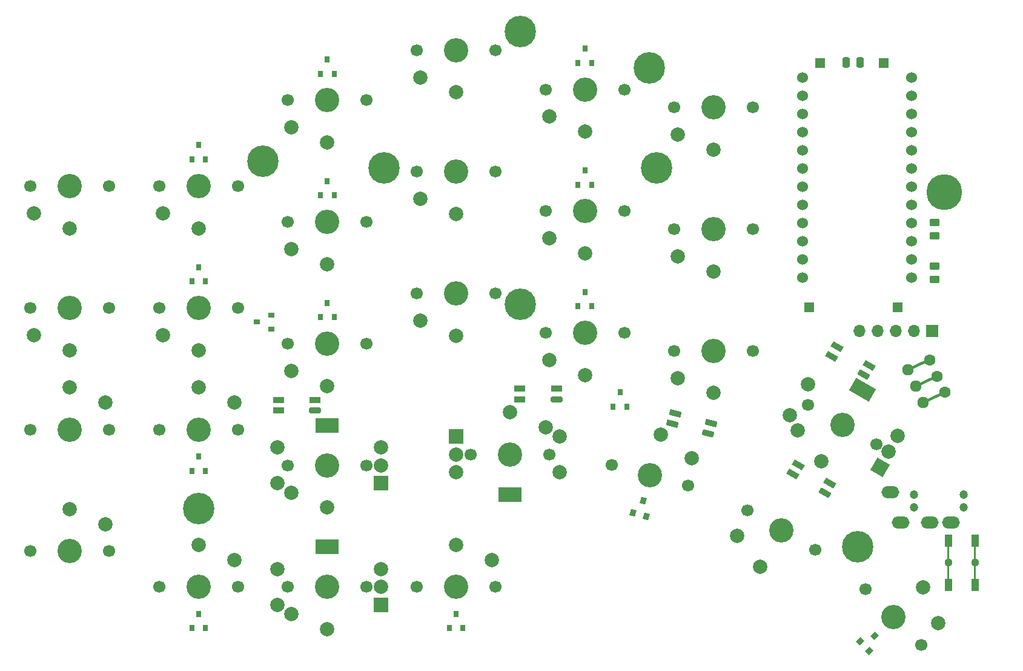
<source format=gbr>
%TF.GenerationSoftware,KiCad,Pcbnew,(6.0.1-0)*%
%TF.CreationDate,2022-01-24T00:31:25-08:00*%
%TF.ProjectId,hillside56,68696c6c-7369-4646-9535-362e6b696361,0.1.0-alpha*%
%TF.SameCoordinates,Original*%
%TF.FileFunction,Soldermask,Bot*%
%TF.FilePolarity,Negative*%
%FSLAX46Y46*%
G04 Gerber Fmt 4.6, Leading zero omitted, Abs format (unit mm)*
G04 Created by KiCad (PCBNEW (6.0.1-0)) date 2022-01-24 00:31:25*
%MOMM*%
%LPD*%
G01*
G04 APERTURE LIST*
G04 Aperture macros list*
%AMRoundRect*
0 Rectangle with rounded corners*
0 $1 Rounding radius*
0 $2 $3 $4 $5 $6 $7 $8 $9 X,Y pos of 4 corners*
0 Add a 4 corners polygon primitive as box body*
4,1,4,$2,$3,$4,$5,$6,$7,$8,$9,$2,$3,0*
0 Add four circle primitives for the rounded corners*
1,1,$1+$1,$2,$3*
1,1,$1+$1,$4,$5*
1,1,$1+$1,$6,$7*
1,1,$1+$1,$8,$9*
0 Add four rect primitives between the rounded corners*
20,1,$1+$1,$2,$3,$4,$5,0*
20,1,$1+$1,$4,$5,$6,$7,0*
20,1,$1+$1,$6,$7,$8,$9,0*
20,1,$1+$1,$8,$9,$2,$3,0*%
%AMRotRect*
0 Rectangle, with rotation*
0 The origin of the aperture is its center*
0 $1 length*
0 $2 width*
0 $3 Rotation angle, in degrees counterclockwise*
0 Add horizontal line*
21,1,$1,$2,0,0,$3*%
%AMFreePoly0*
4,1,41,0.142350,0.531259,0.275000,0.476314,0.388909,0.388909,0.476314,0.275000,0.531259,0.142350,0.533280,0.127000,3.200000,0.127000,3.236070,0.121770,3.296138,0.082984,3.325733,0.017894,3.315473,-0.052868,3.268611,-0.106872,3.200000,-0.127000,0.533280,-0.127000,0.531259,-0.142350,0.476314,-0.275000,0.388909,-0.388909,0.275000,-0.476314,0.142350,-0.531259,0.000000,-0.550000,
-0.142350,-0.531259,-0.275000,-0.476314,-0.388909,-0.388909,-0.476314,-0.275000,-0.531259,-0.142350,-0.533280,-0.127000,-3.200000,-0.127000,-3.236070,-0.121770,-3.296138,-0.082984,-3.325733,-0.017894,-3.315473,0.052868,-3.268611,0.106872,-3.200000,0.127000,-0.533280,0.127000,-0.531259,0.142350,-0.476314,0.275000,-0.388909,0.388909,-0.275000,0.476314,-0.142350,0.531259,0.000000,0.550000,
0.142350,0.531259,0.142350,0.531259,$1*%
%AMFreePoly1*
4,1,37,0.042529,3.485692,0.118849,3.448880,0.171655,3.382612,0.190499,3.300000,0.190499,0.776079,0.350697,0.719035,0.501283,0.623470,0.626955,0.496918,0.721466,0.345669,0.780119,0.177240,0.800000,0.000000,0.799688,-0.022336,0.774867,-0.198952,0.711533,-0.365678,0.612836,-0.514230,0.483680,-0.637224,0.330484,-0.728547,0.160862,-0.783660,-0.016754,-0.799825,-0.193538,-0.776237,
-0.360702,-0.714070,-0.509939,-0.616411,-0.633832,-0.488116,-0.726222,-0.335562,-0.782518,-0.166330,-0.799922,0.011170,-0.777569,0.188114,-0.716569,0.355708,-0.619956,0.505623,-0.492529,0.630409,-0.340623,0.723862,-0.190500,0.774968,-0.190500,3.300332,-0.171511,3.382912,-0.118589,3.449087,-0.042205,3.485766,0.042529,3.485692,0.042529,3.485692,$1*%
G04 Aperture macros list end*
%ADD10RotRect,1.650000X0.820000X345.000000*%
%ADD11RoundRect,0.205000X-0.651932X-0.037547X0.545816X-0.358483X0.651932X0.037547X-0.545816X0.358483X0*%
%ADD12R,1.650000X0.820000*%
%ADD13RoundRect,0.205000X-0.620000X-0.205000X0.620000X-0.205000X0.620000X0.205000X-0.620000X0.205000X0*%
%ADD14RotRect,1.650000X0.820000X330.000000*%
%ADD15RoundRect,0.205000X-0.639436X0.132465X0.434436X-0.487535X0.639436X-0.132465X-0.434436X0.487535X0*%
%ADD16C,1.200000*%
%ADD17O,2.500000X1.700000*%
%ADD18C,1.524000*%
%ADD19C,4.400000*%
%ADD20C,3.400000*%
%ADD21R,3.200000X2.000000*%
%ADD22C,1.700000*%
%ADD23R,2.000000X2.000000*%
%ADD24C,2.000000*%
%ADD25R,0.800000X0.900000*%
%ADD26RotRect,0.900000X0.800000X75.000000*%
%ADD27RotRect,0.900000X0.800000X45.000000*%
%ADD28RotRect,3.200000X2.000000X150.000000*%
%ADD29RotRect,2.000000X2.000000X150.000000*%
%ADD30R,1.397000X1.397000*%
%ADD31RoundRect,0.250100X0.449900X-0.262400X0.449900X0.262400X-0.449900X0.262400X-0.449900X-0.262400X0*%
%ADD32C,5.000000*%
%ADD33R,1.700000X1.700000*%
%ADD34O,1.700000X1.700000*%
%ADD35RoundRect,0.250000X-0.250000X-0.475000X0.250000X-0.475000X0.250000X0.475000X-0.250000X0.475000X0*%
%ADD36FreePoly0,90.000000*%
%ADD37R,1.100000X1.800000*%
%ADD38FreePoly1,295.000000*%
%ADD39C,1.600000*%
%ADD40R,0.900000X0.800000*%
G04 APERTURE END LIST*
D10*
%TO.C,D3*%
X180634887Y-113747503D03*
X180246659Y-115196391D03*
D11*
X185221177Y-116529309D03*
D10*
X185609405Y-115080421D03*
%TD*%
D12*
%TO.C,D5*%
X125155000Y-111860000D03*
X125155000Y-113360000D03*
D13*
X130305000Y-113360000D03*
D12*
X130305000Y-111860000D03*
%TD*%
D14*
%TO.C,D2*%
X197812148Y-120941860D03*
X197062148Y-122240898D03*
D15*
X201522178Y-124815898D03*
D14*
X202272178Y-123516860D03*
%TD*%
D16*
%TO.C,J2*%
X213980000Y-125110000D03*
X220980000Y-125110000D03*
X220980000Y-126860000D03*
X213980000Y-126860000D03*
D17*
X216180000Y-128960000D03*
X219180000Y-128960000D03*
X210680000Y-124760000D03*
X212180000Y-128960000D03*
%TD*%
D18*
%TO.C,U1*%
X213656400Y-66842000D03*
X213656400Y-69382000D03*
X213656400Y-71922000D03*
X213656400Y-74462000D03*
X213656400Y-77002000D03*
X213656400Y-79542000D03*
X213656400Y-82082000D03*
X213656400Y-84622000D03*
X213656400Y-87162000D03*
X213656400Y-89702000D03*
X213656400Y-92242000D03*
X213656400Y-94782000D03*
X198436400Y-94782000D03*
X198436400Y-92242000D03*
X198436400Y-89702000D03*
X198436400Y-87162000D03*
X198436400Y-84622000D03*
X198436400Y-82082000D03*
X198436400Y-79542000D03*
X198436400Y-77002000D03*
X198436400Y-74462000D03*
X198436400Y-71922000D03*
X198436400Y-69382000D03*
X198436400Y-66842000D03*
%TD*%
D19*
%TO.C,H1*%
X159010000Y-60410000D03*
X159010000Y-98510000D03*
X139960000Y-79460000D03*
X178060000Y-79460000D03*
%TD*%
D20*
%TO.C,K22*%
X132000000Y-121000000D03*
D21*
X132000000Y-115400000D03*
D22*
X126500000Y-121000000D03*
D23*
X139500000Y-123500000D03*
D24*
X139500000Y-118500000D03*
D22*
X137500000Y-121000000D03*
D24*
X139500000Y-121000000D03*
X132000000Y-126900000D03*
X125000000Y-118500000D03*
X127000000Y-124800000D03*
X125000000Y-123500000D03*
%TD*%
D25*
%TO.C,D7*%
X113050000Y-78250000D03*
X114950000Y-78250000D03*
X114000000Y-76250000D03*
%TD*%
%TO.C,D13*%
X113050000Y-121750000D03*
X114950000Y-121750000D03*
X114000000Y-119750000D03*
%TD*%
D20*
%TO.C,K13*%
X96000000Y-116000000D03*
D22*
X90500000Y-116000000D03*
X101500000Y-116000000D03*
D24*
X96000000Y-110100000D03*
X101000000Y-112200000D03*
%TD*%
D20*
%TO.C,K14*%
X114000000Y-116000000D03*
D22*
X119500000Y-116000000D03*
X108500000Y-116000000D03*
D24*
X114000000Y-110100000D03*
X119000000Y-112200000D03*
%TD*%
D25*
%TO.C,D8*%
X131050000Y-66300000D03*
X132950000Y-66300000D03*
X132000000Y-64300000D03*
%TD*%
%TO.C,D10*%
X113050000Y-95300000D03*
X114950000Y-95300000D03*
X114000000Y-93300000D03*
%TD*%
D20*
%TO.C,K1*%
X96000000Y-82000000D03*
D22*
X90500000Y-82000000D03*
X101500000Y-82000000D03*
D24*
X96000000Y-87900000D03*
X91000000Y-85800000D03*
%TD*%
D22*
%TO.C,K3*%
X126500000Y-70000000D03*
X137500000Y-70000000D03*
D20*
X132000000Y-70000000D03*
D24*
X132000000Y-75900000D03*
X127000000Y-73800000D03*
%TD*%
D20*
%TO.C,K4*%
X150000000Y-63000000D03*
D22*
X144500000Y-63000000D03*
X155500000Y-63000000D03*
D24*
X150000000Y-68900000D03*
X145000000Y-66800000D03*
%TD*%
D22*
%TO.C,K8*%
X108500000Y-99000000D03*
X119500000Y-99000000D03*
D20*
X114000000Y-99000000D03*
D24*
X114000000Y-104900000D03*
X109000000Y-102800000D03*
%TD*%
D25*
%TO.C,D11*%
X131050000Y-83300000D03*
X132950000Y-83300000D03*
X132000000Y-81300000D03*
%TD*%
D20*
%TO.C,K9*%
X132000000Y-87000000D03*
D22*
X137500000Y-87000000D03*
X126500000Y-87000000D03*
D24*
X132000000Y-92900000D03*
X127000000Y-90800000D03*
%TD*%
D20*
%TO.C,K10*%
X150000000Y-80000000D03*
D22*
X144500000Y-80000000D03*
X155500000Y-80000000D03*
D24*
X150000000Y-85900000D03*
X145000000Y-83800000D03*
%TD*%
D20*
%TO.C,K15*%
X132000000Y-104000000D03*
D22*
X126500000Y-104000000D03*
X137500000Y-104000000D03*
D24*
X132000000Y-109900000D03*
X127000000Y-107800000D03*
%TD*%
D22*
%TO.C,K16*%
X144500000Y-97000000D03*
D20*
X150000000Y-97000000D03*
D22*
X155500000Y-97000000D03*
D24*
X150000000Y-102900000D03*
X145000000Y-100800000D03*
%TD*%
D25*
%TO.C,D14*%
X131050000Y-100300000D03*
X132950000Y-100300000D03*
X132000000Y-98300000D03*
%TD*%
%TO.C,D9*%
X167050000Y-64800000D03*
X168950000Y-64800000D03*
X168000000Y-62800000D03*
%TD*%
%TO.C,D12*%
X167050000Y-81800000D03*
X168950000Y-81800000D03*
X168000000Y-79800000D03*
%TD*%
%TO.C,D15*%
X167050000Y-98800000D03*
X168950000Y-98800000D03*
X168000000Y-96800000D03*
%TD*%
D22*
%TO.C,K5*%
X173500000Y-68500000D03*
X162500000Y-68500000D03*
D20*
X168000000Y-68500000D03*
D24*
X168000000Y-74400000D03*
X163000000Y-72300000D03*
%TD*%
D22*
%TO.C,K6*%
X180500000Y-71000000D03*
D20*
X186000000Y-71000000D03*
D22*
X191500000Y-71000000D03*
D24*
X186000000Y-76900000D03*
X181000000Y-74800000D03*
%TD*%
D20*
%TO.C,K11*%
X168000000Y-85500000D03*
D22*
X162500000Y-85500000D03*
X173500000Y-85500000D03*
D24*
X168000000Y-91400000D03*
X163000000Y-89300000D03*
%TD*%
D22*
%TO.C,K12*%
X191500000Y-88000000D03*
X180500000Y-88000000D03*
D20*
X186000000Y-88000000D03*
D24*
X186000000Y-93900000D03*
X181000000Y-91800000D03*
%TD*%
D22*
%TO.C,K17*%
X162500000Y-102500000D03*
X173500000Y-102500000D03*
D20*
X168000000Y-102500000D03*
D24*
X168000000Y-108400000D03*
X163000000Y-106300000D03*
%TD*%
D20*
%TO.C,K18*%
X186000000Y-105000000D03*
D22*
X180500000Y-105000000D03*
X191500000Y-105000000D03*
D24*
X186000000Y-110900000D03*
X181000000Y-108800000D03*
%TD*%
D21*
%TO.C,K25*%
X157500000Y-125100000D03*
D20*
X157500000Y-119500000D03*
D22*
X163000000Y-119500000D03*
D23*
X150000000Y-117000000D03*
D24*
X150000000Y-122000000D03*
X150000000Y-119500000D03*
D22*
X152000000Y-119500000D03*
D24*
X164500000Y-122000000D03*
X157500000Y-113600000D03*
X162500000Y-115700000D03*
X164500000Y-117000000D03*
%TD*%
D22*
%TO.C,K2*%
X119500000Y-82000000D03*
X108500000Y-82000000D03*
D20*
X114000000Y-82000000D03*
D24*
X114000000Y-87900000D03*
X109000000Y-85800000D03*
%TD*%
D26*
%TO.C,D20*%
X174717102Y-127646565D03*
X176552361Y-128138321D03*
X176152370Y-125960591D03*
%TD*%
D22*
%TO.C,K27*%
X190715137Y-127299920D03*
D20*
X195478277Y-130049920D03*
D22*
X200241417Y-132799920D03*
D24*
X192528277Y-135159470D03*
X189248150Y-130840817D03*
%TD*%
D27*
%TO.C,D21*%
X206438088Y-145550005D03*
X207781591Y-146893508D03*
X208524053Y-144807543D03*
%TD*%
D25*
%TO.C,D19*%
X171960000Y-112800000D03*
X173860000Y-112800000D03*
X172910000Y-110800000D03*
%TD*%
D28*
%TO.C,K19*%
X206778277Y-110477746D03*
D22*
X199215137Y-112577488D03*
D20*
X203978277Y-115327488D03*
D29*
X209223468Y-121242552D03*
D24*
X211723468Y-116912425D03*
X210473468Y-119077488D03*
D22*
X208741417Y-118077488D03*
D24*
X199166099Y-109662425D03*
X201028277Y-120437038D03*
X196666099Y-113992552D03*
X197748150Y-116118385D03*
%TD*%
D22*
%TO.C,K28*%
X207251261Y-138302161D03*
D20*
X211140348Y-142191248D03*
D22*
X215029435Y-146080335D03*
D24*
X215312278Y-138019318D03*
X217362888Y-143039776D03*
%TD*%
D12*
%TO.C,D4*%
X158893488Y-110265922D03*
X158893488Y-111765922D03*
D13*
X164043488Y-111765922D03*
D12*
X164043488Y-110265922D03*
%TD*%
D14*
%TO.C,D1*%
X203246441Y-104455379D03*
X202496441Y-105754417D03*
D15*
X206956471Y-108329417D03*
D14*
X207706471Y-107030379D03*
%TD*%
D30*
%TO.C,J4*%
X209800000Y-64790000D03*
%TD*%
D31*
%TO.C,R2*%
X216870000Y-88932500D03*
X216870000Y-87107500D03*
%TD*%
D32*
%TO.C,J1*%
X218220000Y-82877500D03*
D33*
X216550000Y-102227500D03*
D34*
X214010000Y-102227500D03*
X211470000Y-102227500D03*
X208930000Y-102227500D03*
X206390000Y-102227500D03*
%TD*%
D35*
%TO.C,C1*%
X204550000Y-64720000D03*
X206450000Y-64720000D03*
%TD*%
D36*
%TO.C,SW1*%
X218850000Y-134600000D03*
D37*
X218850000Y-131500000D03*
X218850000Y-137700000D03*
X222550000Y-131500000D03*
D36*
X222550000Y-134600000D03*
D37*
X222550000Y-137700000D03*
%TD*%
D22*
%TO.C,K7*%
X90500000Y-99000000D03*
X101500000Y-99000000D03*
D20*
X96000000Y-99000000D03*
D24*
X96000000Y-104900000D03*
X91000000Y-102800000D03*
%TD*%
D38*
%TO.C,SW2*%
X213198046Y-107681551D03*
D39*
X216188862Y-106286910D03*
X217245408Y-108552680D03*
D38*
X214254592Y-109947320D03*
D39*
X218301954Y-110818449D03*
D38*
X215311138Y-112213090D03*
%TD*%
D19*
%TO.C,H4*%
X123000000Y-78500000D03*
%TD*%
%TO.C,H5*%
X114000000Y-127000000D03*
%TD*%
%TO.C,H6*%
X206100000Y-132400000D03*
%TD*%
%TO.C,H7*%
X177000000Y-65500000D03*
%TD*%
D31*
%TO.C,R1*%
X216845000Y-95032500D03*
X216845000Y-93207500D03*
%TD*%
D30*
%TO.C,J3*%
X200900000Y-64790000D03*
%TD*%
%TO.C,J5*%
X199350000Y-98920000D03*
%TD*%
%TO.C,J6*%
X211760000Y-98920000D03*
%TD*%
D25*
%TO.C,D16*%
X113050000Y-143750000D03*
X114950000Y-143750000D03*
X114000000Y-141750000D03*
%TD*%
%TO.C,D18*%
X149050000Y-143750000D03*
X150950000Y-143750000D03*
X150000000Y-141750000D03*
%TD*%
D22*
%TO.C,K21*%
X108500000Y-138000000D03*
D20*
X114000000Y-138000000D03*
D22*
X119500000Y-138000000D03*
D24*
X114000000Y-132100000D03*
X119000000Y-134200000D03*
%TD*%
D22*
%TO.C,K24*%
X155500000Y-138000000D03*
D20*
X150000000Y-138000000D03*
D22*
X144500000Y-138000000D03*
D24*
X150000000Y-132100000D03*
X155000000Y-134200000D03*
%TD*%
D22*
%TO.C,K26*%
X182422593Y-123810171D03*
D20*
X177110001Y-122386666D03*
D22*
X171797409Y-120963161D03*
D24*
X178637033Y-116687704D03*
X182923143Y-120010243D03*
%TD*%
D20*
%TO.C,K20*%
X96000000Y-133000000D03*
D22*
X90500000Y-133000000D03*
X101500000Y-133000000D03*
D24*
X96000000Y-127100000D03*
X101000000Y-129200000D03*
%TD*%
D40*
%TO.C,D17*%
X124150000Y-101950000D03*
X124150000Y-100050000D03*
X122150000Y-101000000D03*
%TD*%
D22*
%TO.C,K23*%
X126500000Y-138000000D03*
D21*
X132000000Y-132400000D03*
D20*
X132000000Y-138000000D03*
D23*
X139500000Y-140500000D03*
D24*
X139500000Y-135500000D03*
X139500000Y-138000000D03*
D22*
X137500000Y-138000000D03*
D24*
X125000000Y-135500000D03*
X132000000Y-143900000D03*
X127000000Y-141800000D03*
X125000000Y-140500000D03*
%TD*%
M02*

</source>
